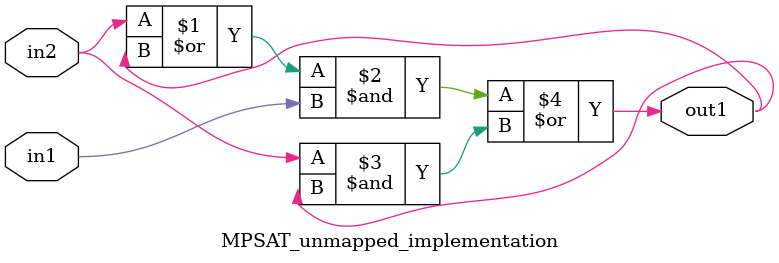
<source format=v>
module MPSAT_unmapped_implementation (out1, in1, in2);
    output out1;
    input in1;
    input in2;
    assign out1 =  (in2 | out1) & in1 | in2 & out1;
endmodule


</source>
